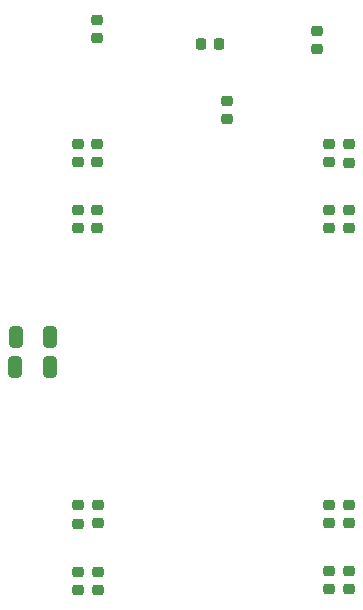
<source format=gbp>
%TF.GenerationSoftware,KiCad,Pcbnew,8.0.7*%
%TF.CreationDate,2025-02-08T20:50:40+05:30*%
%TF.ProjectId,AOS16 Double Buffer,414f5331-3620-4446-9f75-626c65204275,rev?*%
%TF.SameCoordinates,Original*%
%TF.FileFunction,Paste,Bot*%
%TF.FilePolarity,Positive*%
%FSLAX46Y46*%
G04 Gerber Fmt 4.6, Leading zero omitted, Abs format (unit mm)*
G04 Created by KiCad (PCBNEW 8.0.7) date 2025-02-08 20:50:40*
%MOMM*%
%LPD*%
G01*
G04 APERTURE LIST*
G04 Aperture macros list*
%AMRoundRect*
0 Rectangle with rounded corners*
0 $1 Rounding radius*
0 $2 $3 $4 $5 $6 $7 $8 $9 X,Y pos of 4 corners*
0 Add a 4 corners polygon primitive as box body*
4,1,4,$2,$3,$4,$5,$6,$7,$8,$9,$2,$3,0*
0 Add four circle primitives for the rounded corners*
1,1,$1+$1,$2,$3*
1,1,$1+$1,$4,$5*
1,1,$1+$1,$6,$7*
1,1,$1+$1,$8,$9*
0 Add four rect primitives between the rounded corners*
20,1,$1+$1,$2,$3,$4,$5,0*
20,1,$1+$1,$4,$5,$6,$7,0*
20,1,$1+$1,$6,$7,$8,$9,0*
20,1,$1+$1,$8,$9,$2,$3,0*%
G04 Aperture macros list end*
%ADD10RoundRect,0.225000X-0.250000X0.225000X-0.250000X-0.225000X0.250000X-0.225000X0.250000X0.225000X0*%
%ADD11RoundRect,0.225000X0.250000X-0.225000X0.250000X0.225000X-0.250000X0.225000X-0.250000X-0.225000X0*%
%ADD12RoundRect,0.225000X0.225000X0.250000X-0.225000X0.250000X-0.225000X-0.250000X0.225000X-0.250000X0*%
%ADD13RoundRect,0.250000X-0.325000X-0.650000X0.325000X-0.650000X0.325000X0.650000X-0.325000X0.650000X0*%
G04 APERTURE END LIST*
D10*
%TO.C,C5*%
X58245000Y-36405000D03*
X58245000Y-37955000D03*
%TD*%
D11*
%TO.C,C6*%
X65895000Y-32030000D03*
X65895000Y-30480000D03*
%TD*%
D12*
%TO.C,C1*%
X57570000Y-31615000D03*
X56020000Y-31615000D03*
%TD*%
D10*
%TO.C,C4*%
X47270000Y-29535000D03*
X47270000Y-31085000D03*
%TD*%
D13*
%TO.C,C2*%
X40330000Y-56375000D03*
X43280000Y-56375000D03*
%TD*%
D10*
%TO.C,C23*%
X45590000Y-76270000D03*
X45590000Y-77820000D03*
%TD*%
%TO.C,C11*%
X66905000Y-76195000D03*
X66905000Y-77745000D03*
%TD*%
%TO.C,C16*%
X47195000Y-45610000D03*
X47195000Y-47160000D03*
%TD*%
%TO.C,C20*%
X68600000Y-47160000D03*
X68600000Y-45610000D03*
%TD*%
D11*
%TO.C,C14*%
X45585000Y-41585000D03*
X45585000Y-40035000D03*
%TD*%
D13*
%TO.C,C3*%
X40325000Y-58930000D03*
X43275000Y-58930000D03*
%TD*%
D11*
%TO.C,C15*%
X47195000Y-41585000D03*
X47195000Y-40035000D03*
%TD*%
%TO.C,C18*%
X68600000Y-41635000D03*
X68600000Y-40085000D03*
%TD*%
%TO.C,C22*%
X47310000Y-72172500D03*
X47310000Y-70622500D03*
%TD*%
D10*
%TO.C,C19*%
X66910000Y-45610000D03*
X66910000Y-47160000D03*
%TD*%
D11*
%TO.C,C21*%
X45605000Y-72185000D03*
X45605000Y-70635000D03*
%TD*%
%TO.C,C9*%
X66905000Y-72170000D03*
X66905000Y-70620000D03*
%TD*%
D10*
%TO.C,C12*%
X68545000Y-76195000D03*
X68545000Y-77745000D03*
%TD*%
%TO.C,C13*%
X45585000Y-47160000D03*
X45585000Y-45610000D03*
%TD*%
%TO.C,C24*%
X47310000Y-76270000D03*
X47310000Y-77820000D03*
%TD*%
D11*
%TO.C,C17*%
X66910000Y-41585000D03*
X66910000Y-40035000D03*
%TD*%
%TO.C,C10*%
X68545000Y-72170000D03*
X68545000Y-70620000D03*
%TD*%
M02*

</source>
